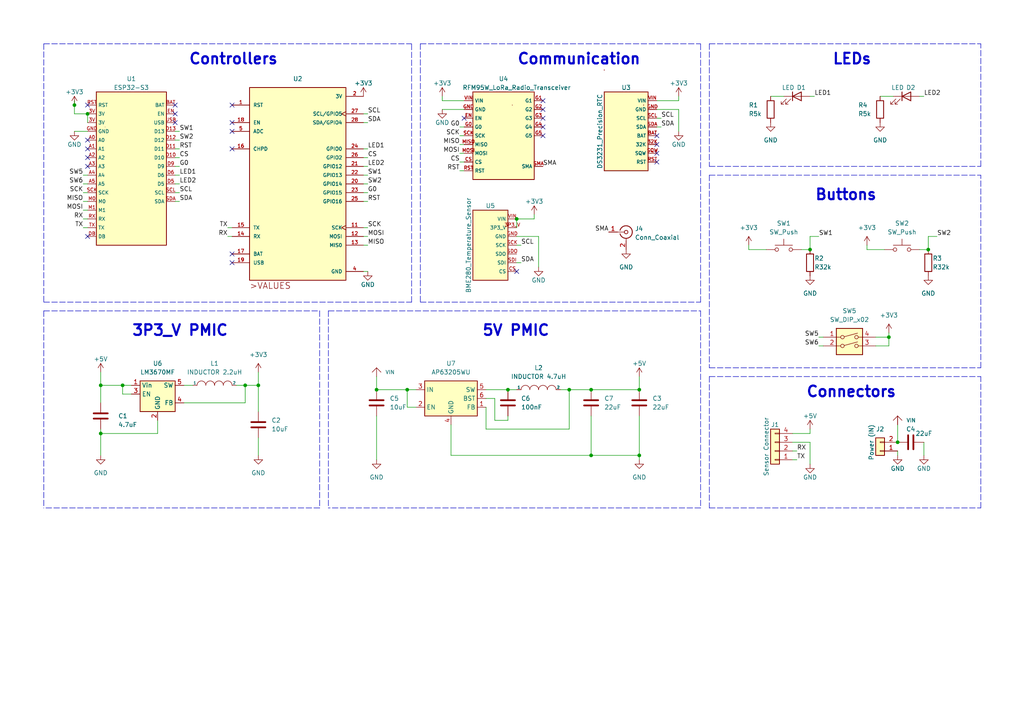
<source format=kicad_sch>
(kicad_sch (version 20211123) (generator eeschema)
  (paper "A4")
  (lib_symbols
    (symbol "Adafruit Feather ESP8266:2821" (pin_names (offset 1.016))
      (property "Reference" "U" (at -15.24 27.9654 0))
      (symbol "2821_0_0"
        (rectangle (start -15.24 -27.94) (end 12.7 27.94) (stroke (width 0.254)) (fill (type background)))
        (text ">VALUES" (at -15.2654 -30.5562 0) (effects (font (size 1.778 1.778)) (justify left bottom)))
        (pin input line (at -20.32 22.86 0) (length 5.08) (name "RST") (number "1"))
        (pin bidirectional clock (at 17.78 -12.7 180) (length 5.08) (name "SCK") (number "11"))
        (pin output line (at 17.78 -15.24 180) (length 5.08) (name "MOSI") (number "12"))
        (pin input line (at 17.78 -17.78 180) (length 5.08) (name "MIS0") (number "13"))
        (pin input line (at -20.32 -15.24 0) (length 5.08) (name "RX") (number "14"))
        (pin output line (at -20.32 -12.7 0) (length 5.08) (name "TX") (number "15"))
        (pin bidirectional line (at -20.32 10.16 0) (length 5.08) (name "CHPD") (number "16"))
        (pin bidirectional line (at -20.32 -20.32 0) (length 5.08) (name "BAT") (number "17"))
        (pin input line (at -20.32 17.78 0) (length 5.08) (name "EN") (number "18"))
        (pin bidirectional line (at -20.32 -22.86 0) (length 5.08) (name "USB") (number "19"))
        (pin power_in line (at 17.78 25.4 180) (length 5.08) (name "3V") (number "2"))
        (pin bidirectional line (at 17.78 0 180) (length 5.08) (name "GPIO14") (number "20"))
        (pin bidirectional line (at 17.78 5.08 180) (length 5.08) (name "GPIO12") (number "21"))
        (pin bidirectional line (at 17.78 2.54 180) (length 5.08) (name "GPIO13") (number "22"))
        (pin bidirectional line (at 17.78 -2.54 180) (length 5.08) (name "GPIO15") (number "23"))
        (pin bidirectional line (at 17.78 10.16 180) (length 5.08) (name "GPIO0") (number "24"))
        (pin bidirectional line (at 17.78 -5.08 180) (length 5.08) (name "GPIO16") (number "25"))
        (pin bidirectional line (at 17.78 7.62 180) (length 5.08) (name "GPIO2") (number "26"))
        (pin bidirectional clock (at 17.78 20.32 180) (length 5.08) (name "SCL/GPIO5") (number "27"))
        (pin bidirectional line (at 17.78 17.78 180) (length 5.08) (name "SDA/GPIO4") (number "28"))
        (pin power_in line (at 17.78 -25.4 180) (length 5.08) (name "GND") (number "4"))
        (pin bidirectional line (at -20.32 15.24 0) (length 5.08) (name "ADC") (number "5"))
      )
    )
    (symbol "Adafruit_ESP32:ESP32-S3"
      (property "Reference" "U" (at 10.16 1.27 0))
      (property "Value" "ESP32-S3" (at 10.16 5.08 0))
      (symbol "ESP32-S3_0_1"
        (rectangle (start 0 2.54) (end 20.32 -41.91) (stroke (width 0.254)) (fill (type background)))
        (rectangle (start 2.54 -7.62) (end 2.54 -7.62))
      )
      (symbol "ESP32-S3_1_1"
        (pin input line (at -2.54 -6.35 0) (length 2.54) (name "3V") (number "3V"))
        (pin input line (at -2.54 -3.81 0) (length 2.54) (name "3V") (number "3V"))
        (pin input line (at -2.54 -11.43 0) (length 2.54) (name "A0") (number "A0"))
        (pin input line (at -2.54 -13.97 0) (length 2.54) (name "A1") (number "A1"))
        (pin input line (at -2.54 -16.51 0) (length 2.54) (name "A2") (number "A2"))
        (pin input line (at -2.54 -19.05 0) (length 2.54) (name "A3") (number "A3"))
        (pin input line (at -2.54 -21.59 0) (length 2.54) (name "A4") (number "A4"))
        (pin input line (at -2.54 -24.13 0) (length 2.54) (name "A5") (number "A5"))
        (pin input line (at 22.86 -1.27 180) (length 2.54) (name "BAT") (number "BAT"))
        (pin input line (at 22.86 -16.51 180) (length 2.54) (name "D10") (number "D10"))
        (pin input line (at 22.86 -13.97 180) (length 2.54) (name "D11") (number "D11"))
        (pin input line (at 22.86 -11.43 180) (length 2.54) (name "D12") (number "D12"))
        (pin input line (at 22.86 -8.89 180) (length 2.54) (name "D13") (number "D13"))
        (pin input line (at 22.86 -24.13 180) (length 2.54) (name "D5") (number "D5"))
        (pin input line (at 22.86 -21.59 180) (length 2.54) (name "D6") (number "D6"))
        (pin input line (at 22.86 -19.05 180) (length 2.54) (name "D9") (number "D9"))
        (pin input line (at -2.54 -39.37 0) (length 2.54) (name "DB") (number "DB"))
        (pin input line (at 22.86 -3.81 180) (length 2.54) (name "EN") (number "EN"))
        (pin input line (at -2.54 -8.89 0) (length 2.54) (name "GND") (number "GND"))
        (pin input line (at -2.54 -29.21 0) (length 2.54) (name "M0") (number "M0"))
        (pin input line (at -2.54 -31.75 0) (length 2.54) (name "M1") (number "M1"))
        (pin input line (at -2.54 -1.27 0) (length 2.54) (name "RST") (number "RST"))
        (pin input line (at -2.54 -34.29 0) (length 2.54) (name "RX") (number "RX"))
        (pin input line (at -2.54 -26.67 0) (length 2.54) (name "SCK") (number "SCK"))
        (pin input line (at 22.86 -26.67 180) (length 2.54) (name "SCL") (number "SCL"))
        (pin input line (at 22.86 -29.21 180) (length 2.54) (name "SDA") (number "SDA"))
        (pin input line (at -2.54 -36.83 0) (length 2.54) (name "TX") (number "TX"))
        (pin input line (at 22.86 -6.35 180) (length 2.54) (name "USB") (number "USB"))
      )
    )
    (symbol "Adafruit_Files:BME280_Temperature_Sensor"
      (property "Reference" "U" (at 0 2.54 0))
      (property "Value" "BME280_Temperature_Sensor" (at 0 5.08 0))
      (symbol "BME280_Temperature_Sensor_0_1"
        (rectangle (start 0 0) (end 10.16 -20.32) (stroke (width 0.254)) (fill (type background)))
      )
      (symbol "BME280_Temperature_Sensor_1_1"
        (pin input line (at 12.7 -5.08 180) (length 2.54) (name "3P3_V") (number "3P3_V"))
        (pin input line (at 12.7 -17.78 180) (length 2.54) (name "CS") (number "CS"))
        (pin input line (at 12.7 -7.62 180) (length 2.54) (name "GND") (number "GND"))
        (pin input line (at 12.7 -10.16 180) (length 2.54) (name "SCK") (number "SCK"))
        (pin input line (at 12.7 -15.24 180) (length 2.54) (name "SDI") (number "SDI"))
        (pin input line (at 12.7 -12.7 180) (length 2.54) (name "SDO") (number "SDO"))
        (pin input line (at 12.7 -2.54 180) (length 2.54) (name "VIN") (number "VIN"))
      )
    )
    (symbol "Adafruit_Files:DS3231_Precision_RTC"
      (property "Reference" "U" (at 0 1.27 0))
      (property "Value" "DS3231_Precision_RTC" (at 0 3.81 0))
      (symbol "DS3231_Precision_RTC_0_1"
        (rectangle (start 0 0) (end 12.7 -22.86) (stroke (width 0.254)) (fill (type background)))
        (rectangle (start 11.43 -3.81) (end 11.43 -3.81))
        (rectangle (start 11.43 -3.81) (end 11.43 -3.81))
        (rectangle (start 11.43 -3.81) (end 11.43 -3.81))
        (rectangle (start 11.43 -3.81) (end 11.43 -3.81))
        (rectangle (start 11.43 -3.81) (end 11.43 -3.81))
        (rectangle (start 11.43 -3.81) (end 11.43 -3.81))
        (rectangle (start 11.43 -3.81) (end 11.43 -3.81))
        (rectangle (start 11.43 -3.81) (end 11.43 -3.81))
        (rectangle (start 11.43 -3.81) (end 11.43 -3.81))
        (rectangle (start 12.7 -12.7) (end 12.7 -12.7))
      )
      (symbol "DS3231_Precision_RTC_1_1"
        (pin input line (at 15.24 -15.24 180) (length 2.54) (name "32K") (number "32K"))
        (pin input line (at 15.24 -12.7 180) (length 2.54) (name "BAT") (number "BAT"))
        (pin input line (at 15.24 -5.08 180) (length 2.54) (name "GND") (number "GND"))
        (pin input line (at 15.24 -20.32 180) (length 2.54) (name "RST") (number "RST"))
        (pin input line (at 15.24 -7.62 180) (length 2.54) (name "SCL") (number "SCL"))
        (pin input line (at 15.24 -10.16 180) (length 2.54) (name "SDA") (number "SDA"))
        (pin input line (at 15.24 -17.78 180) (length 2.54) (name "SQW") (number "SQW"))
        (pin input line (at 15.24 -2.54 180) (length 2.54) (name "VIN") (number "VIN"))
      )
    )
    (symbol "Adafruit_Files:RFM95W_LoRa_Radio_Transceiver"
      (property "Reference" "U" (at 0 5.08 0))
      (property "Value" "RFM95W_LoRa_Radio_Transceiver" (at 0 2.54 0))
      (symbol "RFM95W_LoRa_Radio_Transceiver_0_1"
        (rectangle (start 0 0) (end 17.78 -25.4) (stroke (width 0.254)) (fill (type background)))
        (rectangle (start 11.43 -3.81) (end 11.43 -3.81))
        (rectangle (start 11.43 -3.81) (end 11.43 -3.81))
        (rectangle (start 11.43 -3.81) (end 11.43 -3.81))
        (rectangle (start 38.1 6.35) (end 38.1 6.35))
        (rectangle (start 38.1 6.35) (end 38.1 6.35))
        (rectangle (start 38.1 6.35) (end 38.1 6.35))
        (rectangle (start 38.1 6.35) (end 38.1 6.35) (stroke (width 0.254)) (fill (type background)))
      )
      (symbol "RFM95W_LoRa_Radio_Transceiver_1_1"
        (pin input line (at -2.54 -20.32 0) (length 2.54) (name "CS") (number "CS"))
        (pin input line (at -2.54 -7.62 0) (length 2.54) (name "EN") (number "EN"))
        (pin input line (at -2.54 -10.16 0) (length 2.54) (name "G0") (number "G0"))
        (pin input line (at 20.32 -2.54 180) (length 2.54) (name "G1") (number "G1"))
        (pin input line (at 20.32 -5.08 180) (length 2.54) (name "G2") (number "G2"))
        (pin input line (at 20.32 -7.62 180) (length 2.54) (name "G3") (number "G3"))
        (pin input line (at 20.32 -10.16 180) (length 2.54) (name "G4") (number "G4"))
        (pin input line (at 20.32 -12.7 180) (length 2.54) (name "G5") (number "G5"))
        (pin input line (at -2.54 -5.08 0) (length 2.54) (name "GND") (number "GND"))
        (pin input line (at -2.54 -15.24 0) (length 2.54) (name "MISO") (number "MISO"))
        (pin input line (at -2.54 -17.78 0) (length 2.54) (name "MOSI") (number "MOSI"))
        (pin input line (at -2.54 -22.86 0) (length 2.54) (name "RST") (number "RST"))
        (pin input line (at -2.54 -12.7 0) (length 2.54) (name "SCK") (number "SCK"))
        (pin input line (at 20.32 -21.59 180) (length 2.54) (name "SMA") (number "SMA"))
        (pin input line (at -2.54 -2.54 0) (length 2.54) (name "VIN") (number "VIN"))
      )
    )
    (symbol "Adafruit_HUZZAH_ESP8266_Basic_Breakout-eagle-import:VIN" (power) (pin_names (offset 1.016))
      (property "Value" "VIN" (at -1.524 1.016 0))
      (symbol "VIN_1_0"
        (polyline (pts (xy -1.27 -1.27) (xy 0 0)))
        (polyline (pts (xy 0 0) (xy 1.27 -1.27)))
        (pin power_in line (at 0 -2.54 90) (length 2.54) (name "VIN") (number "1"))
      )
    )
    (symbol "Connector:Conn_Coaxial" (pin_names (offset 1.016) hide)
      (property "Reference" "J" (at 0.254 3.048 0))
      (property "Value" "Conn_Coaxial" (at 2.921 0 90))
      (symbol "Conn_Coaxial_0_1"
        (arc (start -1.778 -0.508) (mid 0.2311 -1.8066) (end 1.778 0) (stroke (width 0.254)))
        (polyline (pts (xy -2.54 0) (xy -0.508 0)))
        (polyline (pts (xy 0 -2.54) (xy 0 -1.778)))
        (circle (center 0 0) (radius 0.508) (stroke (width 0.2032)))
        (arc (start 1.778 0) (mid 0.2099 1.8101) (end -1.778 0.508) (stroke (width 0.254)))
      )
      (symbol "Conn_Coaxial_1_1"
        (pin passive line (at -5.08 0 0) (length 2.54) (name "In") (number "1"))
        (pin passive line (at 0 -5.08 90) (length 2.54) (name "Ext") (number "2"))
      )
    )
    (symbol "Connector_Generic:Conn_01x02" (pin_names (offset 1.016) hide)
      (property "Reference" "J" (at 0 2.54 0))
      (property "Value" "Conn_01x02" (at 0 -5.08 0))
      (symbol "Conn_01x02_1_1"
        (rectangle (start -1.27 -2.413) (end 0 -2.667) (stroke (width 0.1524)))
        (rectangle (start -1.27 0.127) (end 0 -0.127) (stroke (width 0.1524)))
        (rectangle (start -1.27 1.27) (end 1.27 -3.81) (stroke (width 0.254)) (fill (type background)))
        (pin passive line (at -5.08 0 0) (length 3.81) (name "Pin_1") (number "1"))
        (pin passive line (at -5.08 -2.54 0) (length 3.81) (name "Pin_2") (number "2"))
      )
    )
    (symbol "Connector_Generic:Conn_01x04" (pin_names (offset 1.016) hide)
      (property "Reference" "J" (at 0 5.08 0))
      (property "Value" "Conn_01x04" (at 0 -7.62 0))
      (symbol "Conn_01x04_1_1"
        (rectangle (start -1.27 -4.953) (end 0 -5.207) (stroke (width 0.1524)))
        (rectangle (start -1.27 -2.413) (end 0 -2.667) (stroke (width 0.1524)))
        (rectangle (start -1.27 0.127) (end 0 -0.127) (stroke (width 0.1524)))
        (rectangle (start -1.27 2.667) (end 0 2.413) (stroke (width 0.1524)))
        (rectangle (start -1.27 3.81) (end 1.27 -6.35) (stroke (width 0.254)) (fill (type background)))
        (pin passive line (at -5.08 2.54 0) (length 3.81) (name "Pin_1") (number "1"))
        (pin passive line (at -5.08 0 0) (length 3.81) (name "Pin_2") (number "2"))
        (pin passive line (at -5.08 -2.54 0) (length 3.81) (name "Pin_3") (number "3"))
        (pin passive line (at -5.08 -5.08 0) (length 3.81) (name "Pin_4") (number "4"))
      )
    )
    (symbol "Device:C" (pin_numbers hide) (pin_names (offset 0.254))
      (property "Reference" "C" (at 0.635 2.54 0))
      (property "Value" "C" (at 0.635 -2.54 0))
      (symbol "C_0_1"
        (polyline (pts (xy -2.032 -0.762) (xy 2.032 -0.762)) (stroke (width 0.508)))
        (polyline (pts (xy -2.032 0.762) (xy 2.032 0.762)) (stroke (width 0.508)))
      )
      (symbol "C_1_1"
        (pin passive line (at 0 3.81 270) (length 2.794) (name "~") (number "1"))
        (pin passive line (at 0 -3.81 90) (length 2.794) (name "~") (number "2"))
      )
    )
    (symbol "Device:LED" (pin_numbers hide) (pin_names (offset 1.016) hide)
      (property "Reference" "D" (at 0 2.54 0))
      (property "Value" "LED" (at 0 -2.54 0))
      (symbol "LED_0_1"
        (polyline (pts (xy -1.27 -1.27) (xy -1.27 1.27)) (stroke (width 0.254)))
        (polyline (pts (xy -1.27 0) (xy 1.27 0)))
        (polyline (pts (xy 1.27 -1.27) (xy 1.27 1.27) (xy -1.27 0) (xy 1.27 -1.27)) (stroke (width 0.254)))
        (polyline (pts (xy -3.048 -0.762) (xy -4.572 -2.286) (xy -3.81 -2.286) (xy -4.572 -2.286) (xy -4.572 -1.524)))
        (polyline (pts (xy -1.778 -0.762) (xy -3.302 -2.286) (xy -2.54 -2.286) (xy -3.302 -2.286) (xy -3.302 -1.524)))
      )
      (symbol "LED_1_1"
        (pin passive line (at -3.81 0 0) (length 2.54) (name "K") (number "1"))
        (pin passive line (at 3.81 0 180) (length 2.54) (name "A") (number "2"))
      )
    )
    (symbol "Device:R" (pin_numbers hide) (pin_names (offset 0))
      (property "Reference" "R" (at 2.032 0 90))
      (property "Value" "R" (at 0 0 90))
      (symbol "R_0_1"
        (rectangle (start -1.016 -2.54) (end 1.016 2.54) (stroke (width 0.254)))
      )
      (symbol "R_1_1"
        (pin passive line (at 0 3.81 270) (length 1.27) (name "~") (number "1"))
        (pin passive line (at 0 -3.81 90) (length 1.27) (name "~") (number "2"))
      )
    )
    (symbol "Regulator_Switching:AP63205WU"
      (property "Reference" "U" (at -7.62 6.35 0))
      (property "Value" "AP63205WU" (at 2.54 6.35 0))
      (symbol "AP63205WU_0_1"
        (rectangle (start -7.62 5.08) (end 7.62 -5.08) (stroke (width 0.254)) (fill (type background)))
      )
      (symbol "AP63205WU_1_1"
        (pin input line (at 10.16 -2.54 180) (length 2.54) (name "FB") (number "1"))
        (pin input line (at -10.16 -2.54 0) (length 2.54) (name "EN") (number "2"))
        (pin power_in line (at -10.16 2.54 0) (length 2.54) (name "IN") (number "3"))
        (pin power_in line (at 0 -7.62 90) (length 2.54) (name "GND") (number "4"))
        (pin output line (at 10.16 2.54 180) (length 2.54) (name "SW") (number "5"))
        (pin passive line (at 10.16 0 180) (length 2.54) (name "BST") (number "6"))
      )
    )
    (symbol "Regulator_Switching:LM3670MF"
      (property "Reference" "U" (at -5.08 5.08 0))
      (property "Value" "LM3670MF" (at 0 5.08 0))
      (symbol "LM3670MF_0_1"
        (rectangle (start -5.08 3.81) (end 5.08 -5.08) (stroke (width 0.254)) (fill (type background)))
      )
      (symbol "LM3670MF_1_1"
        (pin power_in line (at -7.62 2.54 0) (length 2.54) (name "Vin") (number "1"))
        (pin power_in line (at 0 -7.62 90) (length 2.54) (name "GND") (number "2"))
        (pin input line (at -7.62 0 0) (length 2.54) (name "EN") (number "3"))
        (pin input line (at 7.62 -2.54 180) (length 2.54) (name "FB") (number "4"))
        (pin input line (at 7.62 2.54 180) (length 2.54) (name "SW") (number "5"))
      )
    )
    (symbol "Switch:SW_DIP_x02" (pin_names (offset 0) hide)
      (property "Reference" "SW" (at 0 6.35 0))
      (property "Value" "SW_DIP_x02" (at 0 -3.81 0))
      (symbol "SW_DIP_x02_0_0"
        (circle (center -2.032 0) (radius 0.508))
        (circle (center -2.032 2.54) (radius 0.508))
        (polyline (pts (xy -1.524 0.127) (xy 2.3622 1.1684)))
        (polyline (pts (xy -1.524 2.667) (xy 2.3622 3.7084)))
        (circle (center 2.032 0) (radius 0.508))
        (circle (center 2.032 2.54) (radius 0.508))
      )
      (symbol "SW_DIP_x02_0_1"
        (rectangle (start -3.81 5.08) (end 3.81 -2.54) (stroke (width 0.254)) (fill (type background)))
      )
      (symbol "SW_DIP_x02_1_1"
        (pin passive line (at -7.62 2.54 0) (length 5.08) (name "~") (number "1"))
        (pin passive line (at -7.62 0 0) (length 5.08) (name "~") (number "2"))
        (pin passive line (at 7.62 0 180) (length 5.08) (name "~") (number "3"))
        (pin passive line (at 7.62 2.54 180) (length 5.08) (name "~") (number "4"))
      )
    )
    (symbol "Switch:SW_Push" (pin_numbers hide) (pin_names (offset 1.016) hide)
      (property "Reference" "SW" (at 1.27 2.54 0))
      (property "Value" "SW_Push" (at 0 -1.524 0))
      (symbol "SW_Push_0_1"
        (circle (center -2.032 0) (radius 0.508))
        (polyline (pts (xy 0 1.27) (xy 0 3.048)))
        (polyline (pts (xy 2.54 1.27) (xy -2.54 1.27)))
        (circle (center 2.032 0) (radius 0.508))
        (pin passive line (at -5.08 0 0) (length 2.54) (name "1") (number "1"))
        (pin passive line (at 5.08 0 180) (length 2.54) (name "2") (number "2"))
      )
    )
    (symbol "power:+3.3V" (power) (pin_names (offset 0))
      (property "Value" "+3.3V" (at 0 3.556 0))
      (symbol "+3.3V_0_1"
        (polyline (pts (xy -0.762 1.27) (xy 0 2.54)))
        (polyline (pts (xy 0 0) (xy 0 2.54)))
        (polyline (pts (xy 0 2.54) (xy 0.762 1.27)))
      )
      (symbol "+3.3V_1_1"
        (pin power_in line (at 0 0 90) (length 0) hide (name "+3V3") (number "1"))
      )
    )
    (symbol "power:+5V" (power) (pin_names (offset 0))
      (property "Value" "+5V" (at 0 3.556 0))
      (symbol "+5V_0_1"
        (polyline (pts (xy -0.762 1.27) (xy 0 2.54)))
        (polyline (pts (xy 0 0) (xy 0 2.54)))
        (polyline (pts (xy 0 2.54) (xy 0.762 1.27)))
      )
      (symbol "+5V_1_1"
        (pin power_in line (at 0 0 90) (length 0) hide (name "+5V") (number "1"))
      )
    )
    (symbol "power:GND" (power) (pin_names (offset 0))
      (property "Value" "GND" (at 0 -3.81 0))
      (symbol "GND_0_1"
        (polyline (pts (xy 0 0) (xy 0 -1.27) (xy 1.27 -1.27) (xy 0 -2.54) (xy -1.27 -1.27) (xy 0 -1.27)))
      )
      (symbol "GND_1_1"
        (pin power_in line (at 0 0 270) (length 0) hide (name "GND") (number "1"))
      )
    )
    (symbol "pspice:INDUCTOR" (pin_numbers hide) (pin_names (offset 0))
      (property "Reference" "L" (at 0 2.54 0))
      (property "Value" "INDUCTOR" (at 0 -1.27 0))
      (symbol "INDUCTOR_0_1"
        (arc (start -2.54 0) (mid -3.81 1.27) (end -5.08 0))
        (arc (start 0 0) (mid -1.27 1.27) (end -2.54 0))
        (arc (start 2.54 0) (mid 1.27 1.27) (end 0 0))
        (arc (start 5.08 0) (mid 3.81 1.27) (end 2.54 0))
      )
      (symbol "INDUCTOR_1_1"
        (pin input line (at -6.35 0 0) (length 1.27) (name "1") (number "1"))
        (pin input line (at 6.35 0 180) (length 1.27) (name "2") (number "2"))
      )
    )
  )
  (junction (at 118.11 113.03))
  (junction (at 74.93 111.76))
  (junction (at 25.4 33.02))
  (junction (at 171.45 132.08))
  (junction (at 147.32 113.03))
  (junction (at 29.21 111.76))
  (junction (at 165.1 113.03))
  (junction (at 71.12 111.76))
  (junction (at 29.21 125.73))
  (junction (at 234.95 72.39))
  (junction (at 21.59 30.48))
  (junction (at 185.42 113.03))
  (junction (at 149.86 63.5))
  (junction (at 35.56 111.76))
  (junction (at 185.42 132.08))
  (junction (at 260.35 128.27))
  (junction (at 269.24 72.39))
  (junction (at 171.45 113.03))
  (junction (at 109.22 113.03))
  (junction (at 257.81 97.79))
  (no_connect (at 190.5 44.45))
  (no_connect (at 190.5 46.99))
  (no_connect (at 190.5 41.91))
  (no_connect (at 190.5 39.37))
  (no_connect (at 149.86 78.74))
  (no_connect (at 25.4 45.72))
  (no_connect (at 25.4 48.26))
  (no_connect (at 25.4 68.58))
  (no_connect (at 50.8 33.02))
  (no_connect (at 50.8 35.56))
  (no_connect (at 50.8 30.48))
  (no_connect (at 157.48 31.75))
  (no_connect (at 157.48 29.21))
  (no_connect (at 157.48 36.83))
  (no_connect (at 157.48 39.37))
  (no_connect (at 157.48 34.29))
  (no_connect (at 67.31 30.48))
  (no_connect (at 67.31 35.56))
  (no_connect (at 67.31 38.1))
  (no_connect (at 67.31 43.18))
  (no_connect (at 67.31 76.2))
  (no_connect (at 67.31 73.66))
  (no_connect (at 25.4 40.64))
  (no_connect (at 25.4 43.18))
  (no_connect (at 25.4 30.48))
  (no_connect (at 134.62 34.29))
  (polyline (pts (xy 203.2 87.63) (xy 203.2 12.7)))
  (wire (pts (xy 133.35 44.45) (xy 134.62 44.45)))
  (wire (pts (xy 171.45 132.08) (xy 130.81 132.08)))
  (wire (pts (xy 106.68 33.02) (xy 105.41 33.02)))
  (polyline (pts (xy 205.74 147.32) (xy 284.48 147.32)))
  (wire (pts (xy 106.68 53.34) (xy 105.41 53.34)))
  (wire (pts (xy 52.07 40.64) (xy 50.8 40.64)))
  (wire (pts (xy 165.1 124.46) (xy 165.1 113.03)))
  (polyline (pts (xy 92.71 90.17) (xy 92.71 147.32)))
  (wire (pts (xy 257.81 97.79) (xy 257.81 100.33)))
  (wire (pts (xy 147.32 121.92) (xy 147.32 120.65)))
  (wire (pts (xy 106.68 71.12) (xy 105.41 71.12)))
  (polyline (pts (xy 121.92 12.7) (xy 121.92 87.63)))
  (wire (pts (xy 24.13 58.42) (xy 25.4 58.42)))
  (wire (pts (xy 52.07 58.42) (xy 50.8 58.42)))
  (wire (pts (xy 24.13 50.8) (xy 25.4 50.8)))
  (wire (pts (xy 130.81 132.08) (xy 130.81 123.19)))
  (wire (pts (xy 71.12 116.84) (xy 53.34 116.84)))
  (wire (pts (xy 171.45 132.08) (xy 185.42 132.08)))
  (wire (pts (xy 154.94 63.5) (xy 154.94 62.23)))
  (wire (pts (xy 35.56 111.76) (xy 35.56 114.3)))
  (wire (pts (xy 106.68 45.72) (xy 105.41 45.72)))
  (wire (pts (xy 234.95 128.27) (xy 234.95 134.62)))
  (wire (pts (xy 109.22 133.35) (xy 109.22 120.65)))
  (polyline (pts (xy 121.92 12.7) (xy 203.2 12.7)))
  (wire (pts (xy 24.13 53.34) (xy 25.4 53.34)))
  (polyline (pts (xy 205.74 109.22) (xy 205.74 147.32)))
  (wire (pts (xy 190.5 29.21) (xy 196.85 29.21)))
  (polyline (pts (xy 205.74 12.7) (xy 205.74 48.26)))
  (wire (pts (xy 149.86 63.5) (xy 149.86 66.04)))
  (wire (pts (xy 217.17 72.39) (xy 217.17 71.12)))
  (wire (pts (xy 231.14 130.81) (xy 229.87 130.81)))
  (wire (pts (xy 29.21 125.73) (xy 29.21 124.46)))
  (polyline (pts (xy 203.2 147.32) (xy 95.25 147.32)))
  (wire (pts (xy 257.81 97.79) (xy 254 97.79)))
  (polyline (pts (xy 205.74 48.26) (xy 284.48 48.26)))
  (wire (pts (xy 255.27 27.94) (xy 259.08 27.94)))
  (wire (pts (xy 106.68 78.74) (xy 105.41 78.74)))
  (wire (pts (xy 71.12 111.76) (xy 74.93 111.76)))
  (wire (pts (xy 74.93 107.95) (xy 74.93 111.76)))
  (wire (pts (xy 68.58 111.76) (xy 71.12 111.76)))
  (wire (pts (xy 128.27 31.75) (xy 134.62 31.75)))
  (wire (pts (xy 118.11 118.11) (xy 118.11 113.03)))
  (wire (pts (xy 196.85 29.21) (xy 196.85 27.94)))
  (wire (pts (xy 29.21 116.84) (xy 29.21 111.76)))
  (wire (pts (xy 24.13 63.5) (xy 25.4 63.5)))
  (wire (pts (xy 133.35 36.83) (xy 134.62 36.83)))
  (polyline (pts (xy 12.7 87.63) (xy 119.38 87.63)))
  (wire (pts (xy 234.95 68.58) (xy 234.95 72.39)))
  (wire (pts (xy 24.13 60.96) (xy 25.4 60.96)))
  (wire (pts (xy 185.42 120.65) (xy 185.42 132.08)))
  (wire (pts (xy 52.07 50.8) (xy 50.8 50.8)))
  (wire (pts (xy 106.68 50.8) (xy 105.41 50.8)))
  (wire (pts (xy 133.35 39.37) (xy 134.62 39.37)))
  (wire (pts (xy 151.13 71.12) (xy 149.86 71.12)))
  (wire (pts (xy 74.93 119.38) (xy 74.93 111.76)))
  (polyline (pts (xy 205.74 50.8) (xy 205.74 106.68)))
  (wire (pts (xy 151.13 76.2) (xy 149.86 76.2)))
  (wire (pts (xy 55.88 111.76) (xy 53.34 111.76)))
  (polyline (pts (xy 119.38 87.63) (xy 119.38 12.7)))
  (wire (pts (xy 134.62 29.21) (xy 128.27 29.21)))
  (wire (pts (xy 109.22 113.03) (xy 118.11 113.03)))
  (polyline (pts (xy 121.92 87.63) (xy 203.2 87.63)))
  (wire (pts (xy 237.49 68.58) (xy 234.95 68.58)))
  (wire (pts (xy 128.27 29.21) (xy 128.27 27.94)))
  (wire (pts (xy 229.87 128.27) (xy 234.95 128.27)))
  (wire (pts (xy 271.78 68.58) (xy 269.24 68.58)))
  (wire (pts (xy 29.21 132.08) (xy 29.21 125.73)))
  (wire (pts (xy 35.56 111.76) (xy 38.1 111.76)))
  (wire (pts (xy 185.42 132.08) (xy 185.42 133.35)))
  (wire (pts (xy 257.81 100.33) (xy 254 100.33)))
  (wire (pts (xy 52.07 48.26) (xy 50.8 48.26)))
  (wire (pts (xy 21.59 38.1) (xy 25.4 38.1)))
  (polyline (pts (xy 205.74 50.8) (xy 284.48 50.8)))
  (wire (pts (xy 118.11 113.03) (xy 120.65 113.03)))
  (wire (pts (xy 149.86 68.58) (xy 156.21 68.58)))
  (polyline (pts (xy 284.48 147.32) (xy 284.48 109.22)))
  (polyline (pts (xy 284.48 48.26) (xy 284.48 12.7)))
  (wire (pts (xy 165.1 113.03) (xy 171.45 113.03)))
  (wire (pts (xy 191.77 34.29) (xy 190.5 34.29)))
  (wire (pts (xy 106.68 35.56) (xy 105.41 35.56)))
  (wire (pts (xy 25.4 33.02) (xy 21.59 33.02)))
  (wire (pts (xy 256.54 72.39) (xy 251.46 72.39)))
  (wire (pts (xy 269.24 68.58) (xy 269.24 72.39)))
  (wire (pts (xy 106.68 68.58) (xy 105.41 68.58)))
  (wire (pts (xy 71.12 111.76) (xy 71.12 116.84)))
  (wire (pts (xy 66.04 66.04) (xy 67.31 66.04)))
  (polyline (pts (xy 95.25 90.17) (xy 95.25 147.32)))
  (wire (pts (xy 185.42 113.03) (xy 171.45 113.03)))
  (wire (pts (xy 120.65 118.11) (xy 118.11 118.11)))
  (wire (pts (xy 21.59 29.21) (xy 21.59 30.48)))
  (wire (pts (xy 38.1 114.3) (xy 35.56 114.3)))
  (wire (pts (xy 52.07 38.1) (xy 50.8 38.1)))
  (wire (pts (xy 149.86 113.03) (xy 147.32 113.03)))
  (polyline (pts (xy 95.25 90.17) (xy 203.2 90.17)))
  (wire (pts (xy 149.86 63.5) (xy 154.94 63.5)))
  (wire (pts (xy 237.49 100.33) (xy 238.76 100.33)))
  (wire (pts (xy 29.21 107.95) (xy 29.21 111.76)))
  (wire (pts (xy 52.07 43.18) (xy 50.8 43.18)))
  (wire (pts (xy 165.1 113.03) (xy 162.56 113.03)))
  (wire (pts (xy 74.93 132.08) (xy 74.93 127)))
  (wire (pts (xy 229.87 125.73) (xy 234.95 125.73)))
  (wire (pts (xy 140.97 113.03) (xy 147.32 113.03)))
  (wire (pts (xy 52.07 55.88) (xy 50.8 55.88)))
  (wire (pts (xy 267.97 27.94) (xy 266.7 27.94)))
  (wire (pts (xy 21.59 30.48) (xy 21.59 33.02)))
  (wire (pts (xy 52.07 45.72) (xy 50.8 45.72)))
  (wire (pts (xy 143.51 115.57) (xy 143.51 121.92)))
  (polyline (pts (xy 203.2 90.17) (xy 203.2 147.32)))
  (polyline (pts (xy 92.71 147.32) (xy 12.7 147.32)))
  (polyline (pts (xy 12.7 12.7) (xy 12.7 87.63)))
  (wire (pts (xy 133.35 49.53) (xy 134.62 49.53)))
  (polyline (pts (xy 12.7 12.7) (xy 119.38 12.7)))
  (wire (pts (xy 140.97 124.46) (xy 165.1 124.46)))
  (wire (pts (xy 260.35 128.27) (xy 260.35 123.19)))
  (polyline (pts (xy 205.74 106.68) (xy 284.48 106.68)))
  (wire (pts (xy 234.95 125.73) (xy 234.95 124.46)))
  (wire (pts (xy 106.68 48.26) (xy 105.41 48.26)))
  (wire (pts (xy 106.68 58.42) (xy 105.41 58.42)))
  (wire (pts (xy 236.22 27.94) (xy 234.95 27.94)))
  (wire (pts (xy 223.52 27.94) (xy 227.33 27.94)))
  (wire (pts (xy 222.25 72.39) (xy 217.17 72.39)))
  (wire (pts (xy 25.4 33.02) (xy 25.4 35.56)))
  (wire (pts (xy 29.21 111.76) (xy 35.56 111.76)))
  (wire (pts (xy 196.85 31.75) (xy 196.85 38.1)))
  (wire (pts (xy 237.49 97.79) (xy 238.76 97.79)))
  (wire (pts (xy 24.13 66.04) (xy 25.4 66.04)))
  (wire (pts (xy 106.68 66.04) (xy 105.41 66.04)))
  (polyline (pts (xy 12.7 90.17) (xy 12.7 147.32)))
  (wire (pts (xy 133.35 41.91) (xy 134.62 41.91)))
  (polyline (pts (xy 205.74 109.22) (xy 284.48 109.22)))
  (wire (pts (xy 45.72 125.73) (xy 29.21 125.73)))
  (wire (pts (xy 171.45 120.65) (xy 171.45 132.08)))
  (wire (pts (xy 232.41 72.39) (xy 234.95 72.39)))
  (wire (pts (xy 106.68 55.88) (xy 105.41 55.88)))
  (polyline (pts (xy 205.74 12.7) (xy 284.48 12.7)))
  (wire (pts (xy 140.97 115.57) (xy 143.51 115.57)))
  (wire (pts (xy 106.68 43.18) (xy 105.41 43.18)))
  (wire (pts (xy 257.81 96.52) (xy 257.81 97.79)))
  (wire (pts (xy 266.7 72.39) (xy 269.24 72.39)))
  (wire (pts (xy 24.13 55.88) (xy 25.4 55.88)))
  (wire (pts (xy 260.35 130.81) (xy 260.35 132.08)))
  (polyline (pts (xy 284.48 106.68) (xy 284.48 50.8)))
  (wire (pts (xy 191.77 36.83) (xy 190.5 36.83)))
  (polyline (pts (xy 12.7 90.17) (xy 92.71 90.17)))
  (wire (pts (xy 185.42 109.22) (xy 185.42 113.03)))
  (wire (pts (xy 231.14 133.35) (xy 229.87 133.35)))
  (wire (pts (xy 133.35 46.99) (xy 134.62 46.99)))
  (wire (pts (xy 143.51 121.92) (xy 147.32 121.92)))
  (wire (pts (xy 190.5 31.75) (xy 196.85 31.75)))
  (wire (pts (xy 45.72 121.92) (xy 45.72 125.73)))
  (wire (pts (xy 140.97 118.11) (xy 140.97 124.46)))
  (wire (pts (xy 52.07 53.34) (xy 50.8 53.34)))
  (wire (pts (xy 251.46 72.39) (xy 251.46 71.12)))
  (wire (pts (xy 66.04 68.58) (xy 67.31 68.58)))
  (wire (pts (xy 267.97 132.08) (xy 267.97 128.27)))
  (wire (pts (xy 156.21 68.58) (xy 156.21 77.47)))
  (wire (pts (xy 109.22 109.22) (xy 109.22 113.03)))
  (text "Communication" (at 149.86 19.05 0) (effects (font (size 3.08 3.08) (thickness 0.616) bold) (justify left bottom)))
  (text "Controllers" (at 54.61 19.05 0) (effects (font (size 3.08 3.08) (thickness 0.616) bold) (justify left bottom)))
  (text "3P3_V PMIC\n" (at 38.1 97.79 0) (effects (font (size 3.08 3.08) (thickness 0.616) bold) (justify left bottom)))
  (text "Connectors\n" (at 233.68 115.57 0) (effects (font (size 3.08 3.08) (thickness 0.616) bold) (justify left bottom)))
  (text "Buttons\n" (at 236.22 58.42 0) (effects (font (size 3.08 3.08) (thickness 0.616) bold) (justify left bottom)))
  (text "LEDs\n" (at 241.3 19.05 0) (effects (font (size 3.08 3.08) (thickness 0.616) bold) (justify left bottom)))
  (text "5V PMIC\n" (at 139.7 97.79 0) (effects (font (size 3.08 3.08) (thickness 0.616) bold) (justify left bottom)))
  (label "MISO" (at 24.13 58.42 180))
  (label "RX" (at 231.14 130.81 0))
  (label "CS" (at 106.68 45.72 0))
  (label "SDA" (at 52.07 58.42 0))
  (label "SCL" (at 106.68 33.02 0))
  (label "SDA" (at 106.68 35.56 0))
  (label "CS" (at 133.35 46.99 180))
  (label "G0" (at 52.07 48.26 0))
  (label "SW2" (at 271.78 68.58 0))
  (label "MISO" (at 106.68 71.12 0))
  (label "SW6" (at 237.49 100.33 180))
  (label "SW1" (at 52.07 38.1 0))
  (label "CS" (at 52.07 45.72 0))
  (label "SDA" (at 151.13 76.2 0))
  (label "LED1" (at 236.22 27.94 0))
  (label "SW6" (at 24.13 53.34 180))
  (label "LED1" (at 52.07 50.8 0))
  (label "SMA" (at 176.53 67.31 180))
  (label "SW1" (at 237.49 68.58 0))
  (label "RST" (at 106.68 58.42 0))
  (label "SCL" (at 52.07 55.88 0))
  (label "RST" (at 133.35 49.53 180))
  (label "SW5" (at 24.13 50.8 180))
  (label "MOSI" (at 106.68 68.58 0))
  (label "TX" (at 231.14 133.35 0))
  (label "SW1" (at 106.68 50.8 0))
  (label "MOSI" (at 24.13 60.96 180))
  (label "G0" (at 133.35 36.83 180))
  (label "RST" (at 52.07 43.18 0))
  (label "SCK" (at 133.35 39.37 180))
  (label "RX" (at 66.04 68.58 180))
  (label "G0" (at 106.68 55.88 0))
  (label "LED2" (at 52.07 53.34 0))
  (label "MISO" (at 133.35 41.91 180))
  (label "TX" (at 66.04 66.04 180))
  (label "SCK" (at 106.68 66.04 0))
  (label "SCK" (at 24.13 55.88 180))
  (label "RX" (at 24.13 63.5 180))
  (label "LED1" (at 106.68 43.18 0))
  (label "TX" (at 24.13 66.04 180))
  (label "SW5" (at 237.49 97.79 180))
  (label "SW2" (at 52.07 40.64 0))
  (label "SMA" (at 157.48 48.26 0))
  (label "MOSI" (at 133.35 44.45 180))
  (label "SCL" (at 151.13 71.12 0))
  (label "SW2" (at 106.68 53.34 0))
  (label "SCL" (at 191.77 34.29 0))
  (label "LED2" (at 267.97 27.94 0))
  (label "SDA" (at 191.77 36.83 0))
  (label "LED2" (at 106.68 48.26 0))
  (symbol (lib_id "power:GND") (at 106.68 78.74 0) (unit 1)
    (property "Reference" "#PWR0119" (effects hide))
    (property "Value" "GND" (at 106.68 82.55 0))
  )
  (symbol (lib_id "power:GND") (at 29.21 132.08 0) (unit 1)
    (property "Reference" "#PWR0123" (effects hide))
    (property "Value" "GND" (at 29.21 137.16 0))
  )
  (symbol (lib_id "power:+3.3V") (at 128.27 27.94 0) (unit 1)
    (property "Reference" "#PWR0121" (effects hide))
    (property "Value" "+3.3V" (at 128.27 24.13 0))
  )
  (symbol (lib_id "Connector:Conn_Coaxial") (at 181.61 67.31 0) (unit 1)
    (property "Reference" "J4" (at 184.15 66.3331 0) (effects (justify left)))
    (property "Value" "Conn_Coaxial" (at 184.15 68.8731 0) (effects (justify left)))
    (property "Footprint" "Connector_Coaxial:SMA_Amphenol_132134-11_Vertical" (effects hide))
    (property "Datasheet" " ~" (effects hide))
  )
  (symbol (lib_id "power:+3.3V") (at 21.59 30.48 0) (unit 1)
    (property "Reference" "#PWR0110" (effects hide))
    (property "Value" "+3.3V" (at 21.59 26.67 0))
  )
  (symbol (lib_id "Regulator_Switching:LM3670MF") (at 45.72 114.3 0) (unit 1)
    (property "Reference" "U6" (at 45.72 105.41 0))
    (property "Value" "LM3670MF" (at 45.72 107.95 0))
    (property "Footprint" "Package_TO_SOT_SMD:TSOT-23-5" (effects hide))
    (property "Datasheet" "http://www.ti.com/lit/ds/symlink/lm3670.pdf" (effects hide))
  )
  (symbol (lib_id "pspice:INDUCTOR") (at 62.23 111.76 0) (unit 1)
    (property "Reference" "L1" (at 62.23 105.41 0))
    (property "Value" "INDUCTOR 2.2uH" (at 62.23 107.95 0))
    (property "Footprint" "Inductor_SMD:L_1206_3216Metric" (effects hide))
  )
  (symbol (lib_id "Connector_Generic:Conn_01x02") (at 255.27 130.81 180) (unit 1)
    (property "Reference" "J2" (at 255.27 124.46 0))
    (property "Value" "Power (IN)" (at 252.73 128.27 90))
    (property "Footprint" "Connector_PinHeader_2.54mm:PinHeader_1x02_P2.54mm_Vertical" (effects hide))
  )
  (symbol (lib_id "power:GND") (at 255.27 35.56 0) (unit 1)
    (property "Reference" "#PWR0136" (effects hide))
    (property "Value" "GND" (at 255.27 40.64 0))
  )
  (symbol (lib_id "power:GND") (at 109.22 133.35 0) (unit 1)
    (property "Reference" "#PWR0108" (effects hide))
    (property "Value" "GND" (at 109.22 138.43 0))
  )
  (symbol (lib_id "power:GND") (at 196.85 38.1 0) (unit 1)
    (property "Reference" "#PWR0113" (effects hide))
    (property "Value" "GND" (at 196.85 41.91 0))
  )
  (symbol (lib_id "Device:C") (at 74.93 123.19 0) (unit 1)
    (property "Reference" "C2" (at 78.74 121.9199 0) (effects (justify left)))
    (property "Value" "10uF" (at 78.74 124.4599 0) (effects (justify left)))
    (property "Footprint" "Capacitor_SMD:C_1206_3216Metric" (effects hide))
  )
  (symbol (lib_id "power:GND") (at 21.59 38.1 0) (unit 1)
    (property "Reference" "#PWR0111" (effects hide))
    (property "Value" "GND" (at 21.59 41.91 0))
  )
  (symbol (lib_id "Device:C") (at 109.22 116.84 0) (unit 1)
    (property "Reference" "C5" (at 113.03 115.5699 0) (effects (justify left)))
    (property "Value" "10uF" (at 113.03 118.1099 0) (effects (justify left)))
    (property "Footprint" "Capacitor_SMD:C_1206_3216Metric" (effects hide))
  )
  (symbol (lib_id "power:+3.3V") (at 217.17 71.12 0) (unit 1)
    (property "Reference" "#PWR0102" (effects hide))
    (property "Value" "+3.3V" (at 217.17 66.04 0))
  )
  (symbol (lib_id "Adafruit_HUZZAH_ESP8266_Basic_Breakout-eagle-import:VIN") (at 260.35 120.65 0) (unit 1)
    (property "Reference" "#0101" (effects hide))
    (property "Value" "VIN" (at 262.89 121.9199 0) (effects (font (size 1.0668 1.0668)) (justify left)))
  )
  (symbol (lib_id "power:GND") (at 234.95 80.01 0) (unit 1)
    (property "Reference" "#PWR0103" (effects hide))
    (property "Value" "GND" (at 234.95 85.09 0))
  )
  (symbol (lib_id "power:+5V") (at 185.42 109.22 0) (unit 1)
    (property "Reference" "#PWR0126" (effects hide))
    (property "Value" "+5V" (at 185.42 105.41 0))
  )
  (symbol (lib_id "Connector_Generic:Conn_01x04") (at 224.79 130.81 180) (unit 1)
    (property "Reference" "J1" (at 224.79 123.19 0))
    (property "Value" "Sensor Connector" (at 222.25 129.54 90))
    (property "Footprint" "Connector_PinHeader_2.54mm:PinHeader_1x04_P2.54mm_Vertical" (effects hide))
  )
  (symbol (lib_id "power:GND") (at 185.42 133.35 0) (unit 1)
    (property "Reference" "#PWR0125" (effects hide))
    (property "Value" "GND" (at 185.42 138.43 0))
  )
  (symbol (lib_id "Device:LED") (at 262.89 27.94 0) (unit 1)
    (property "Reference" "D2" (at 264.16 25.4 0))
    (property "Value" "LED" (at 260.35 25.4 0))
    (property "Footprint" "LED_SMD:LED_1206_3216Metric" (effects hide))
  )
  (symbol (lib_id "Device:C") (at 185.42 116.84 0) (unit 1)
    (property "Reference" "C3" (at 189.23 115.5699 0) (effects (justify left)))
    (property "Value" "22uF" (at 189.23 118.1099 0) (effects (justify left)))
    (property "Footprint" "Capacitor_SMD:C_1206_3216Metric" (effects hide))
  )
  (symbol (lib_id "power:+3.3V") (at 196.85 27.94 0) (unit 1)
    (property "Reference" "#PWR0114" (effects hide))
    (property "Value" "+3.3V" (at 196.85 24.13 0))
  )
  (symbol (lib_id "power:+5V") (at 234.95 124.46 0) (unit 1)
    (property "Reference" "#PWR0105" (effects hide))
    (property "Value" "+5V" (at 234.95 120.65 0))
  )
  (symbol (lib_id "Device:R") (at 234.95 76.2 0) (unit 1)
    (property "Reference" "R2" (at 236.22 74.93 0) (effects (justify left)))
    (property "Value" "R32k" (at 236.22 77.47 0) (effects (justify left)))
    (property "Footprint" "Resistor_SMD:R_1206_3216Metric" (effects hide))
  )
  (symbol (lib_id "Adafruit_ESP32:ESP32-S3") (at 27.94 29.21 0) (unit 1)
    (property "Reference" "U1" (at 38.1 22.86 0))
    (property "Value" "ESP32-S3" (at 38.1 25.4 0))
    (property "Footprint" "Adafruit ESPs:ESP32-S3" (effects hide))
  )
  (symbol (lib_id "Switch:SW_Push") (at 227.33 72.39 0) (unit 1)
    (property "Reference" "SW1" (at 227.33 64.77 0))
    (property "Value" "SW_Push" (at 227.33 67.31 0))
    (property "Footprint" "Button_Switch_THT:SW_PUSH_6mm" (effects hide))
  )
  (symbol (lib_id "power:GND") (at 267.97 132.08 0) (unit 1)
    (property "Reference" "#PWR0101" (effects hide))
    (property "Value" "GND" (at 267.97 135.89 0))
  )
  (symbol (lib_id "Device:C") (at 264.16 128.27 90) (unit 1)
    (property "Reference" "C4" (at 264.16 124.46 90))
    (property "Value" "22uF" (at 267.97 125.73 90))
    (property "Footprint" "Capacitor_SMD:C_1206_3216Metric" (effects hide))
  )
  (symbol (lib_id "power:GND") (at 156.21 77.47 0) (unit 1)
    (property "Reference" "#PWR0112" (effects hide))
    (property "Value" "GND" (at 156.21 81.28 0))
  )
  (symbol (lib_id "pspice:INDUCTOR") (at 156.21 113.03 0) (unit 1)
    (property "Reference" "L2" (at 156.21 106.68 0))
    (property "Value" "INDUCTOR 4.7uH" (at 156.21 109.22 0))
    (property "Footprint" "Inductor_SMD:L_1206_3216Metric" (effects hide))
  )
  (symbol (lib_id "Device:LED") (at 231.14 27.94 0) (unit 1)
    (property "Reference" "D1" (at 232.41 25.4 0))
    (property "Value" "LED" (at 228.6 25.4 0))
    (property "Footprint" "LED_SMD:LED_1206_3216Metric" (effects hide))
  )
  (symbol (lib_id "Adafruit_Files:BME280_Temperature_Sensor") (at 137.16 60.96 0) (unit 1)
    (property "Reference" "U5" (at 142.24 59.69 0))
    (property "Value" "BME280_Temperature_Sensor" (at 135.89 71.12 90))
    (property "Footprint" "Adafruit_Sensors:BME280 I2C Temperature Sensor" (effects hide))
  )
  (symbol (lib_id "Device:C") (at 171.45 116.84 0) (unit 1)
    (property "Reference" "C7" (at 175.26 115.5699 0) (effects (justify left)))
    (property "Value" "22uF" (at 175.26 118.1099 0) (effects (justify left)))
    (property "Footprint" "Capacitor_SMD:C_1206_3216Metric" (effects hide))
  )
  (symbol (lib_id "power:GND") (at 223.52 35.56 0) (unit 1)
    (property "Reference" "#PWR0137" (effects hide))
    (property "Value" "GND" (at 223.52 40.64 0))
  )
  (symbol (lib_id "power:GND") (at 269.24 80.01 0) (unit 1)
    (property "Reference" "#PWR0127" (effects hide))
    (property "Value" "GND" (at 269.24 85.09 0))
  )
  (symbol (lib_id "power:+3.3V") (at 105.41 27.94 0) (unit 1)
    (property "Reference" "#PWR0118" (effects hide))
    (property "Value" "+3.3V" (at 105.41 24.13 0))
  )
  (symbol (lib_id "Adafruit_HUZZAH_ESP8266_Basic_Breakout-eagle-import:VIN") (at 109.22 106.68 0) (unit 1)
    (property "Reference" "#U0101" (effects hide))
    (property "Value" "VIN" (at 111.76 107.9499 0) (effects (font (size 1.0668 1.0668)) (justify left)))
  )
  (symbol (lib_id "Switch:SW_DIP_x02") (at 246.38 100.33 0) (unit 1)
    (property "Reference" "SW5" (at 246.38 90.17 0))
    (property "Value" "SW_DIP_x02" (at 246.38 92.71 0))
    (property "Footprint" "Button_Switch_THT:SW_DIP_SPSTx02_Slide_9.78x7.26mm_W7.62mm_P2.54mm" (effects hide))
  )
  (symbol (lib_id "Device:R") (at 269.24 76.2 0) (unit 1)
    (property "Reference" "R3" (at 270.51 74.93 0) (effects (justify left)))
    (property "Value" "R32k" (at 270.51 77.47 0) (effects (justify left)))
    (property "Footprint" "Resistor_SMD:R_1206_3216Metric" (effects hide))
  )
  (symbol (lib_id "power:GND") (at 128.27 31.75 0) (unit 1)
    (property "Reference" "#PWR0120" (effects hide))
    (property "Value" "GND" (at 128.27 35.56 0))
  )
  (symbol (lib_id "power:+5V") (at 29.21 107.95 0) (unit 1)
    (property "Reference" "#PWR0124" (effects hide))
    (property "Value" "+5V" (at 29.21 104.14 0))
  )
  (symbol (lib_id "power:GND") (at 181.61 72.39 0) (unit 1)
    (property "Reference" "#PWR0138" (effects hide))
    (property "Value" "GND" (at 181.61 77.47 0))
  )
  (symbol (lib_id "power:GND") (at 74.93 132.08 0) (unit 1)
    (property "Reference" "#PWR0139" (effects hide))
    (property "Value" "GND" (at 74.93 137.16 0))
  )
  (symbol (lib_id "Device:R") (at 255.27 31.75 0) (unit 1)
    (property "Reference" "R4" (at 248.92 30.48 0) (effects (justify left)))
    (property "Value" "R5k" (at 248.92 33.02 0) (effects (justify left)))
    (property "Footprint" "Resistor_SMD:R_1206_3216Metric" (effects hide))
  )
  (symbol (lib_id "Device:R") (at 223.52 31.75 0) (unit 1)
    (property "Reference" "R1" (at 217.17 30.48 0) (effects (justify left)))
    (property "Value" "R5k" (at 217.17 33.02 0) (effects (justify left)))
    (property "Footprint" "Resistor_SMD:R_1206_3216Metric" (effects hide))
  )
  (symbol (lib_id "power:GND") (at 234.95 134.62 0) (unit 1)
    (property "Reference" "#PWR0106" (effects hide))
    (property "Value" "GND" (at 234.95 138.43 0))
  )
  (symbol (lib_id "power:GND") (at 260.35 132.08 0) (unit 1)
    (property "Reference" "#PWR0109" (effects hide))
    (property "Value" "GND" (at 260.35 135.89 0))
  )
  (symbol (lib_id "Device:C") (at 29.21 120.65 0) (unit 1)
    (property "Reference" "C1" (at 34.29 120.6499 0) (effects (justify left)))
    (property "Value" "4.7uF" (at 34.29 123.1899 0) (effects (justify left)))
    (property "Footprint" "Capacitor_SMD:C_1206_3216Metric" (effects hide))
  )
  (symbol (lib_id "Switch:SW_Push") (at 261.62 72.39 0) (unit 1)
    (property "Reference" "SW2" (at 261.62 64.77 0))
    (property "Value" "SW_Push" (at 261.62 67.31 0))
    (property "Footprint" "Button_Switch_THT:SW_PUSH_6mm" (effects hide))
  )
  (symbol (lib_id "power:+3.3V") (at 251.46 71.12 0) (unit 1)
    (property "Reference" "#PWR0129" (effects hide))
    (property "Value" "+3.3V" (at 251.46 66.04 0))
  )
  (symbol (lib_id "Device:C") (at 147.32 116.84 0) (unit 1)
    (property "Reference" "C6" (at 151.13 115.5699 0) (effects (justify left)))
    (property "Value" "100nF" (at 151.13 118.1099 0) (effects (justify left)))
    (property "Footprint" "Capacitor_SMD:C_1206_3216Metric" (effects hide))
  )
  (symbol (lib_id "Adafruit_Files:RFM95W_LoRa_Radio_Transceiver") (at 137.16 26.67 0) (unit 1)
    (property "Reference" "U4" (at 146.05 22.86 0))
    (property "Value" "RFM95W_LoRa_Radio_Transceiver" (at 149.86 25.4 0))
    (property "Footprint" "Adafruit_Sensors:FM95W LoRa Radio Transceiver" (effects hide))
  )
  (symbol (lib_id "Adafruit_Files:DS3231_Precision_RTC") (at 175.26 26.67 0) (unit 1)
    (property "Reference" "U3" (at 181.61 25.4 0))
    (property "Value" "DS3231_Precision_RTC" (at 173.99 38.1 90))
    (property "Footprint" "Adafruit_Sensors:DS3231 Precision RTC" (effects hide))
  )
  (symbol (lib_id "power:+3.3V") (at 74.93 107.95 0) (unit 1)
    (property "Reference" "#PWR0140" (effects hide))
    (property "Value" "+3.3V" (at 74.93 102.87 0))
  )
  (symbol (lib_id "Adafruit Feather ESP8266:2821") (at 87.63 53.34 0) (unit 1)
    (property "Reference" "U2" (at 86.36 22.86 0))
    (property "Value" "2821" (effects hide))
    (property "Footprint" "Adafruit Feather ESP8266:XCVR_Adafruit Feather ESP8266" (effects hide))
    (property "MANUFACTURER" "Adafruit" (effects hide))
  )
  (symbol (lib_id "power:+3.3V") (at 257.81 96.52 0) (unit 1)
    (property "Reference" "#PWR0122" (effects hide))
    (property "Value" "+3.3V" (at 257.81 91.44 0))
  )
  (symbol (lib_id "power:+3.3V") (at 154.94 62.23 0) (unit 1)
    (property "Reference" "#PWR0115" (effects hide))
    (property "Value" "+3.3V" (at 154.94 58.42 0))
  )
  (symbol (lib_id "Regulator_Switching:AP63205WU") (at 130.81 115.57 0) (unit 1)
    (property "Reference" "U7" (at 130.81 105.41 0))
    (property "Value" "AP63205WU" (at 130.81 107.95 0))
    (property "Footprint" "Package_TO_SOT_SMD:TSOT-23-6" (effects hide))
    (property "Datasheet" "https://www.diodes.com/assets/Datasheets/AP63200-AP63201-AP63203-AP63205.pdf" (effects hide))
  )
)
</source>
